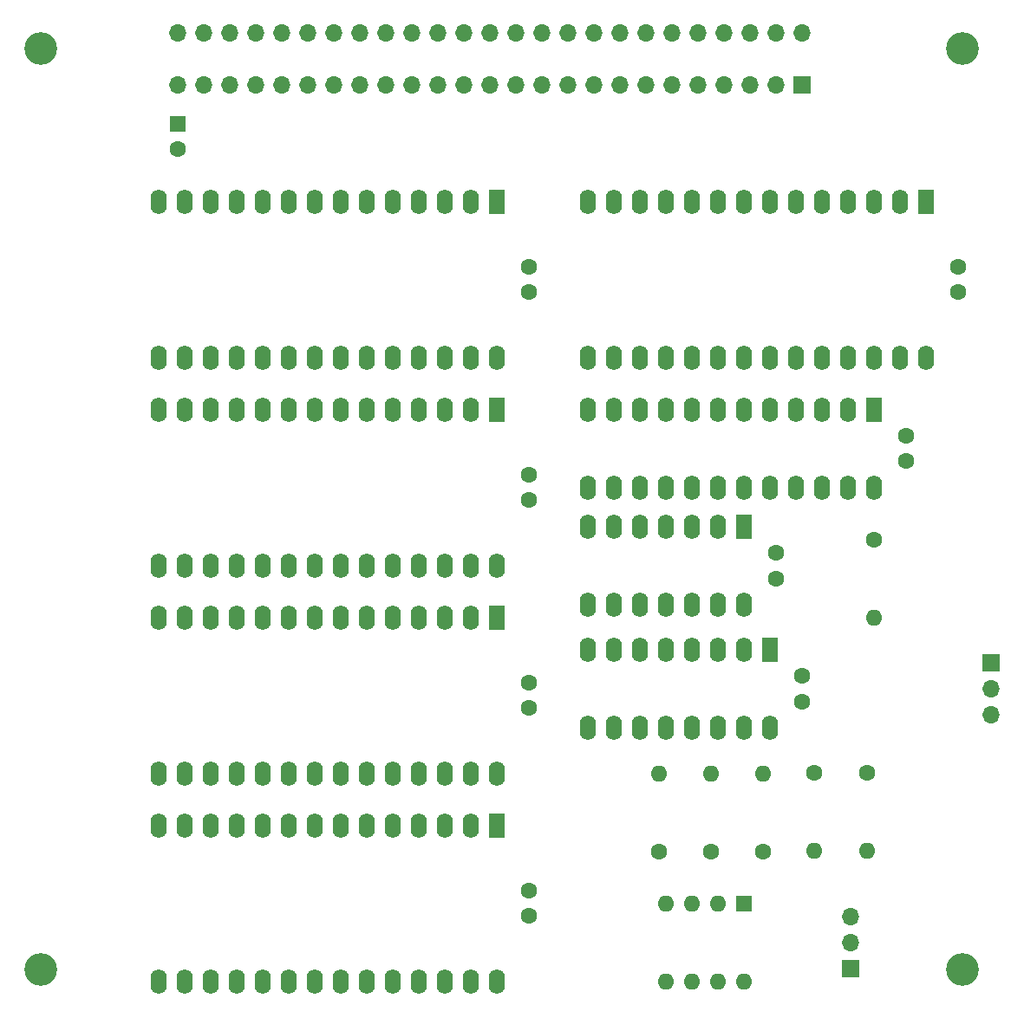
<source format=gts>
G04 #@! TF.GenerationSoftware,KiCad,Pcbnew,(5.1.9)-1*
G04 #@! TF.CreationDate,2025-04-21T17:56:46+09:00*
G04 #@! TF.ProjectId,PYUTA_GBASIC,50595554-415f-4474-9241-5349432e6b69,rev?*
G04 #@! TF.SameCoordinates,PX53920b0PY93c3260*
G04 #@! TF.FileFunction,Soldermask,Top*
G04 #@! TF.FilePolarity,Negative*
%FSLAX46Y46*%
G04 Gerber Fmt 4.6, Leading zero omitted, Abs format (unit mm)*
G04 Created by KiCad (PCBNEW (5.1.9)-1) date 2025-04-21 17:56:46*
%MOMM*%
%LPD*%
G01*
G04 APERTURE LIST*
%ADD10C,3.200000*%
%ADD11C,1.600000*%
%ADD12O,1.600000X1.600000*%
%ADD13R,1.600000X1.600000*%
%ADD14R,1.600000X2.400000*%
%ADD15O,1.600000X2.400000*%
%ADD16R,1.700000X1.700000*%
%ADD17O,1.700000X1.700000*%
G04 APERTURE END LIST*
D10*
X5000000Y95000000D03*
X95000000Y95000000D03*
X95000000Y5000000D03*
X5000000Y5000000D03*
D11*
X76835000Y45680000D03*
X76835000Y43180000D03*
X79375000Y33655000D03*
X79375000Y31155000D03*
X52705000Y10200000D03*
X52705000Y12700000D03*
X52705000Y33020000D03*
X52705000Y30520000D03*
X52705000Y53340000D03*
X52705000Y50840000D03*
X52705000Y71160000D03*
X52705000Y73660000D03*
D12*
X75565000Y24130000D03*
D11*
X75565000Y16510000D03*
X70485000Y16510000D03*
D12*
X70485000Y24130000D03*
X65405000Y24130000D03*
D11*
X65405000Y16510000D03*
D13*
X73660000Y11430000D03*
D12*
X66040000Y3810000D03*
X71120000Y11430000D03*
X68580000Y3810000D03*
X68580000Y11430000D03*
X71120000Y3810000D03*
X66040000Y11430000D03*
X73660000Y3810000D03*
D14*
X49530000Y19050000D03*
D15*
X16510000Y3810000D03*
X46990000Y19050000D03*
X19050000Y3810000D03*
X44450000Y19050000D03*
X21590000Y3810000D03*
X41910000Y19050000D03*
X24130000Y3810000D03*
X39370000Y19050000D03*
X26670000Y3810000D03*
X36830000Y19050000D03*
X29210000Y3810000D03*
X34290000Y19050000D03*
X31750000Y3810000D03*
X31750000Y19050000D03*
X34290000Y3810000D03*
X29210000Y19050000D03*
X36830000Y3810000D03*
X26670000Y19050000D03*
X39370000Y3810000D03*
X24130000Y19050000D03*
X41910000Y3810000D03*
X21590000Y19050000D03*
X44450000Y3810000D03*
X19050000Y19050000D03*
X46990000Y3810000D03*
X16510000Y19050000D03*
X49530000Y3810000D03*
D14*
X49530000Y39370000D03*
D15*
X16510000Y24130000D03*
X46990000Y39370000D03*
X19050000Y24130000D03*
X44450000Y39370000D03*
X21590000Y24130000D03*
X41910000Y39370000D03*
X24130000Y24130000D03*
X39370000Y39370000D03*
X26670000Y24130000D03*
X36830000Y39370000D03*
X29210000Y24130000D03*
X34290000Y39370000D03*
X31750000Y24130000D03*
X31750000Y39370000D03*
X34290000Y24130000D03*
X29210000Y39370000D03*
X36830000Y24130000D03*
X26670000Y39370000D03*
X39370000Y24130000D03*
X24130000Y39370000D03*
X41910000Y24130000D03*
X21590000Y39370000D03*
X44450000Y24130000D03*
X19050000Y39370000D03*
X46990000Y24130000D03*
X16510000Y39370000D03*
X49530000Y24130000D03*
X49530000Y44450000D03*
X16510000Y59690000D03*
X46990000Y44450000D03*
X19050000Y59690000D03*
X44450000Y44450000D03*
X21590000Y59690000D03*
X41910000Y44450000D03*
X24130000Y59690000D03*
X39370000Y44450000D03*
X26670000Y59690000D03*
X36830000Y44450000D03*
X29210000Y59690000D03*
X34290000Y44450000D03*
X31750000Y59690000D03*
X31750000Y44450000D03*
X34290000Y59690000D03*
X29210000Y44450000D03*
X36830000Y59690000D03*
X26670000Y44450000D03*
X39370000Y59690000D03*
X24130000Y44450000D03*
X41910000Y59690000D03*
X21590000Y44450000D03*
X44450000Y59690000D03*
X19050000Y44450000D03*
X46990000Y59690000D03*
X16510000Y44450000D03*
D14*
X49530000Y59690000D03*
D15*
X49530000Y64770000D03*
X16510000Y80010000D03*
X46990000Y64770000D03*
X19050000Y80010000D03*
X44450000Y64770000D03*
X21590000Y80010000D03*
X41910000Y64770000D03*
X24130000Y80010000D03*
X39370000Y64770000D03*
X26670000Y80010000D03*
X36830000Y64770000D03*
X29210000Y80010000D03*
X34290000Y64770000D03*
X31750000Y80010000D03*
X31750000Y64770000D03*
X34290000Y80010000D03*
X29210000Y64770000D03*
X36830000Y80010000D03*
X26670000Y64770000D03*
X39370000Y80010000D03*
X24130000Y64770000D03*
X41910000Y80010000D03*
X21590000Y64770000D03*
X44450000Y80010000D03*
X19050000Y64770000D03*
X46990000Y80010000D03*
X16510000Y64770000D03*
D14*
X49530000Y80010000D03*
X76200000Y36195000D03*
D15*
X58420000Y28575000D03*
X73660000Y36195000D03*
X60960000Y28575000D03*
X71120000Y36195000D03*
X63500000Y28575000D03*
X68580000Y36195000D03*
X66040000Y28575000D03*
X66040000Y36195000D03*
X68580000Y28575000D03*
X63500000Y36195000D03*
X71120000Y28575000D03*
X60960000Y36195000D03*
X73660000Y28575000D03*
X58420000Y36195000D03*
X76200000Y28575000D03*
D14*
X73660000Y48260000D03*
D15*
X58420000Y40640000D03*
X71120000Y48260000D03*
X60960000Y40640000D03*
X68580000Y48260000D03*
X63500000Y40640000D03*
X66040000Y48260000D03*
X66040000Y40640000D03*
X63500000Y48260000D03*
X68580000Y40640000D03*
X60960000Y48260000D03*
X71120000Y40640000D03*
X58420000Y48260000D03*
X73660000Y40640000D03*
D13*
X18415000Y87630000D03*
D11*
X18415000Y85130000D03*
X89535000Y54650000D03*
X89535000Y57150000D03*
X94615000Y71160000D03*
X94615000Y73660000D03*
D14*
X86360000Y59690000D03*
D15*
X58420000Y52070000D03*
X83820000Y59690000D03*
X60960000Y52070000D03*
X81280000Y59690000D03*
X63500000Y52070000D03*
X78740000Y59690000D03*
X66040000Y52070000D03*
X76200000Y59690000D03*
X68580000Y52070000D03*
X73660000Y59690000D03*
X71120000Y52070000D03*
X71120000Y59690000D03*
X73660000Y52070000D03*
X68580000Y59690000D03*
X76200000Y52070000D03*
X66040000Y59690000D03*
X78740000Y52070000D03*
X63500000Y59690000D03*
X81280000Y52070000D03*
X60960000Y59690000D03*
X83820000Y52070000D03*
X58420000Y59690000D03*
X86360000Y52070000D03*
D14*
X91440000Y80010000D03*
D15*
X58420000Y64770000D03*
X88900000Y80010000D03*
X60960000Y64770000D03*
X86360000Y80010000D03*
X63500000Y64770000D03*
X83820000Y80010000D03*
X66040000Y64770000D03*
X81280000Y80010000D03*
X68580000Y64770000D03*
X78740000Y80010000D03*
X71120000Y64770000D03*
X76200000Y80010000D03*
X73660000Y64770000D03*
X73660000Y80010000D03*
X76200000Y64770000D03*
X71120000Y80010000D03*
X78740000Y64770000D03*
X68580000Y80010000D03*
X81280000Y64770000D03*
X66040000Y80010000D03*
X83820000Y64770000D03*
X63500000Y80010000D03*
X86360000Y64770000D03*
X60960000Y80010000D03*
X88900000Y64770000D03*
X58420000Y80010000D03*
X91440000Y64770000D03*
D12*
X85725000Y16559000D03*
D11*
X85725000Y24179000D03*
X80552000Y24179000D03*
D12*
X80552000Y16559000D03*
D16*
X84074000Y5080000D03*
D17*
X84074000Y7620000D03*
X84074000Y10160000D03*
D11*
X86360000Y46990000D03*
D12*
X86360000Y39370000D03*
D16*
X97790000Y34925000D03*
D17*
X97790000Y32385000D03*
X97790000Y29845000D03*
X18415000Y96520000D03*
X18415000Y91440000D03*
X20955000Y96520000D03*
X20955000Y91440000D03*
X23495000Y96520000D03*
X23495000Y91440000D03*
X26035000Y96520000D03*
X26035000Y91440000D03*
X28575000Y96520000D03*
X28575000Y91440000D03*
X31115000Y96520000D03*
X31115000Y91440000D03*
X33655000Y96520000D03*
X33655000Y91440000D03*
X36195000Y96520000D03*
X36195000Y91440000D03*
X38735000Y96520000D03*
X38735000Y91440000D03*
X41275000Y96520000D03*
X41275000Y91440000D03*
X43815000Y96520000D03*
X43815000Y91440000D03*
X46355000Y96520000D03*
X46355000Y91440000D03*
X48895000Y96520000D03*
X48895000Y91440000D03*
X51435000Y96520000D03*
X51435000Y91440000D03*
X53975000Y96520000D03*
X53975000Y91440000D03*
X56515000Y96520000D03*
X56515000Y91440000D03*
X59055000Y96520000D03*
X59055000Y91440000D03*
X61595000Y96520000D03*
X61595000Y91440000D03*
X64135000Y96520000D03*
X64135000Y91440000D03*
X66675000Y96520000D03*
X66675000Y91440000D03*
X69215000Y96520000D03*
X69215000Y91440000D03*
X71755000Y96520000D03*
X71755000Y91440000D03*
X74295000Y96520000D03*
X74295000Y91440000D03*
X76835000Y96520000D03*
X76835000Y91440000D03*
X79375000Y96520000D03*
D16*
X79375000Y91440000D03*
M02*

</source>
